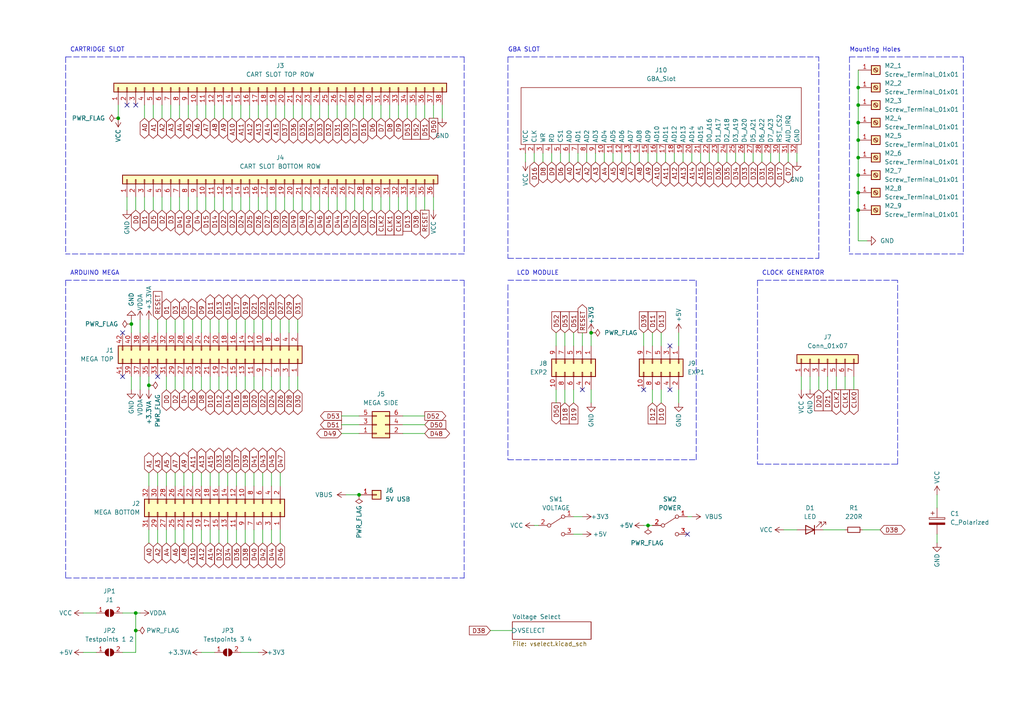
<source format=kicad_sch>
(kicad_sch (version 20211123) (generator eeschema)
  (paper "A4")
  (title_block (title "OSCR HW5") (date "2022-06-19") (rev "V4"))
  (junction (at 248.92 45.72))
  (junction (at 248.92 40.64))
  (junction (at 248.92 55.88))
  (junction (at 248.92 25.4))
  (junction (at 39.37 182.88))
  (junction (at 38.1 93.98))
  (junction (at 39.37 177.8))
  (junction (at 248.92 30.48))
  (junction (at 104.14 143.51))
  (junction (at 187.96 152.4))
  (junction (at 248.92 60.96))
  (junction (at 248.92 50.8))
  (junction (at 34.29 34.29))
  (junction (at 43.18 111.76))
  (junction (at 248.92 35.56))
  (junction (at 171.45 96.52))
  (no_connect (at 45.72 109.22))
  (no_connect (at 168.91 113.03))
  (no_connect (at 186.69 113.03))
  (no_connect (at 194.31 100.33))
  (no_connect (at 194.31 113.03))
  (no_connect (at 36.83 30.48))
  (no_connect (at 199.39 154.94))
  (no_connect (at 39.37 30.48))
  (no_connect (at 35.56 96.52))
  (no_connect (at 35.56 109.22))
  (wire (pts (xy 123.19 30.48) (xy 123.19 34.29)))
  (wire (pts (xy 49.53 57.15) (xy 49.53 60.96)))
  (wire (pts (xy 203.2 44.45) (xy 203.2 46.99)))
  (wire (pts (xy 39.37 57.15) (xy 39.37 60.96)))
  (wire (pts (xy 66.04 153.67) (xy 66.04 157.48)))
  (wire (pts (xy 57.15 57.15) (xy 57.15 60.96)))
  (wire (pts (xy 78.74 92.71) (xy 78.74 96.52)))
  (wire (pts (xy 175.26 44.45) (xy 175.26 46.99)))
  (wire (pts (xy 24.13 177.8) (xy 27.94 177.8)))
  (wire (pts (xy 110.49 30.48) (xy 110.49 34.29)))
  (wire (pts (xy 92.71 30.48) (xy 92.71 34.29)))
  (wire (pts (xy 77.47 30.48) (xy 77.47 34.29)))
  (wire (pts (xy 248.92 40.64) (xy 248.92 45.72)))
  (wire (pts (xy 81.28 153.67) (xy 81.28 157.48)))
  (wire (pts (xy 223.52 44.45) (xy 223.52 46.99)))
  (wire (pts (xy 53.34 109.22) (xy 53.34 113.03)))
  (polyline (pts (xy 147.32 16.51) (xy 237.49 16.51)))
  (wire (pts (xy 118.11 30.48) (xy 118.11 34.29)))
  (wire (pts (xy 190.5 44.45) (xy 190.5 46.99)))
  (wire (pts (xy 82.55 57.15) (xy 82.55 60.96)))
  (wire (pts (xy 187.96 44.45) (xy 187.96 46.99)))
  (wire (pts (xy 52.07 57.15) (xy 52.07 60.96)))
  (wire (pts (xy 71.12 92.71) (xy 71.12 96.52)))
  (wire (pts (xy 100.33 143.51) (xy 104.14 143.51)))
  (wire (pts (xy 66.04 137.16) (xy 66.04 140.97)))
  (wire (pts (xy 73.66 109.22) (xy 73.66 113.03)))
  (wire (pts (xy 218.44 44.45) (xy 218.44 46.99)))
  (wire (pts (xy 99.06 120.65) (xy 104.14 120.65)))
  (wire (pts (xy 208.28 44.45) (xy 208.28 46.99)))
  (wire (pts (xy 170.18 44.45) (xy 170.18 46.99)))
  (wire (pts (xy 242.57 109.22) (xy 242.57 113.03)))
  (wire (pts (xy 157.48 44.45) (xy 157.48 46.99)))
  (wire (pts (xy 238.76 153.67) (xy 245.11 153.67)))
  (wire (pts (xy 189.23 113.03) (xy 189.23 116.84)))
  (wire (pts (xy 58.42 109.22) (xy 58.42 113.03)))
  (polyline (pts (xy 219.71 81.28) (xy 219.71 134.62)))
  (polyline (pts (xy 219.71 81.28) (xy 260.35 81.28)))
  (polyline (pts (xy 219.71 134.62) (xy 260.35 134.62)))
  (polyline (pts (xy 260.35 134.62) (xy 260.35 81.28)))
  (wire (pts (xy 107.95 30.48) (xy 107.95 34.29)))
  (wire (pts (xy 55.88 109.22) (xy 55.88 113.03)))
  (wire (pts (xy 248.92 69.85) (xy 251.46 69.85)))
  (wire (pts (xy 123.19 57.15) (xy 123.19 60.96)))
  (wire (pts (xy 41.91 30.48) (xy 41.91 34.29)))
  (wire (pts (xy 74.93 30.48) (xy 74.93 34.29)))
  (wire (pts (xy 116.84 120.65) (xy 123.19 120.65)))
  (wire (pts (xy 248.92 20.32) (xy 248.92 25.4)))
  (wire (pts (xy 72.39 30.48) (xy 72.39 34.29)))
  (wire (pts (xy 54.61 57.15) (xy 54.61 60.96)))
  (wire (pts (xy 80.01 57.15) (xy 80.01 60.96)))
  (wire (pts (xy 115.57 57.15) (xy 115.57 60.96)))
  (wire (pts (xy 165.1 44.45) (xy 165.1 46.99)))
  (wire (pts (xy 68.58 92.71) (xy 68.58 96.52)))
  (wire (pts (xy 60.96 92.71) (xy 60.96 96.52)))
  (wire (pts (xy 110.49 57.15) (xy 110.49 60.96)))
  (wire (pts (xy 248.92 35.56) (xy 248.92 40.64)))
  (wire (pts (xy 39.37 177.8) (xy 39.37 182.88)))
  (wire (pts (xy 196.85 96.52) (xy 196.85 100.33)))
  (wire (pts (xy 45.72 137.16) (xy 45.72 140.97)))
  (wire (pts (xy 72.39 57.15) (xy 72.39 60.96)))
  (wire (pts (xy 160.02 44.45) (xy 160.02 46.99)))
  (wire (pts (xy 196.85 113.03) (xy 196.85 116.84)))
  (wire (pts (xy 64.77 30.48) (xy 64.77 34.29)))
  (wire (pts (xy 55.88 92.71) (xy 55.88 96.52)))
  (wire (pts (xy 193.04 44.45) (xy 193.04 46.99)))
  (wire (pts (xy 81.28 92.71) (xy 81.28 96.52)))
  (wire (pts (xy 191.77 96.52) (xy 191.77 100.33)))
  (wire (pts (xy 215.9 44.45) (xy 215.9 46.99)))
  (wire (pts (xy 248.92 55.88) (xy 248.92 60.96)))
  (wire (pts (xy 125.73 30.48) (xy 125.73 34.29)))
  (wire (pts (xy 46.99 30.48) (xy 46.99 34.29)))
  (wire (pts (xy 55.88 153.67) (xy 55.88 157.48)))
  (wire (pts (xy 240.03 109.22) (xy 240.03 113.03)))
  (wire (pts (xy 71.12 153.67) (xy 71.12 157.48)))
  (wire (pts (xy 205.74 44.45) (xy 205.74 46.99)))
  (wire (pts (xy 73.66 137.16) (xy 73.66 140.97)))
  (wire (pts (xy 63.5 137.16) (xy 63.5 140.97)))
  (wire (pts (xy 44.45 57.15) (xy 44.45 60.96)))
  (wire (pts (xy 43.18 109.22) (xy 43.18 111.76)))
  (wire (pts (xy 105.41 30.48) (xy 105.41 34.29)))
  (polyline (pts (xy 147.32 74.93) (xy 237.49 74.93)))
  (wire (pts (xy 53.34 153.67) (xy 53.34 157.48)))
  (wire (pts (xy 71.12 109.22) (xy 71.12 113.03)))
  (polyline (pts (xy 246.38 16.51) (xy 246.38 73.66)))
  (polyline (pts (xy 246.38 16.51) (xy 279.4 16.51)))
  (polyline (pts (xy 279.4 16.51) (xy 279.4 73.66)))
  (polyline (pts (xy 279.4 73.66) (xy 246.38 73.66)))
  (wire (pts (xy 38.1 109.22) (xy 38.1 113.03)))
  (wire (pts (xy 41.91 57.15) (xy 41.91 60.96)))
  (wire (pts (xy 220.98 44.45) (xy 220.98 46.99)))
  (wire (pts (xy 187.96 152.4) (xy 189.23 152.4)))
  (wire (pts (xy 68.58 137.16) (xy 68.58 140.97)))
  (wire (pts (xy 44.45 30.48) (xy 44.45 34.29)))
  (wire (pts (xy 53.34 137.16) (xy 53.34 140.97)))
  (wire (pts (xy 120.65 57.15) (xy 120.65 60.96)))
  (wire (pts (xy 163.83 96.52) (xy 163.83 100.33)))
  (wire (pts (xy 50.8 92.71) (xy 50.8 96.52)))
  (wire (pts (xy 39.37 177.8) (xy 40.64 177.8)))
  (wire (pts (xy 82.55 30.48) (xy 82.55 34.29)))
  (wire (pts (xy 68.58 109.22) (xy 68.58 113.03)))
  (wire (pts (xy 69.85 189.23) (xy 74.93 189.23)))
  (wire (pts (xy 248.92 30.48) (xy 248.92 35.56)))
  (wire (pts (xy 81.28 109.22) (xy 81.28 113.03)))
  (wire (pts (xy 97.79 57.15) (xy 97.79 60.96)))
  (wire (pts (xy 163.83 113.03) (xy 163.83 116.84)))
  (wire (pts (xy 69.85 30.48) (xy 69.85 34.29)))
  (wire (pts (xy 248.92 45.72) (xy 248.92 50.8)))
  (wire (pts (xy 80.01 30.48) (xy 80.01 34.29)))
  (wire (pts (xy 90.17 57.15) (xy 90.17 60.96)))
  (polyline (pts (xy 19.05 16.51) (xy 19.05 73.66)))
  (polyline (pts (xy 19.05 16.51) (xy 134.62 16.51)))
  (polyline (pts (xy 134.62 16.51) (xy 134.62 73.66)))
  (polyline (pts (xy 134.62 73.66) (xy 19.05 73.66)))
  (wire (pts (xy 245.11 109.22) (xy 245.11 113.03)))
  (wire (pts (xy 60.96 137.16) (xy 60.96 140.97)))
  (wire (pts (xy 52.07 30.48) (xy 52.07 34.29)))
  (wire (pts (xy 248.92 50.8) (xy 248.92 55.88)))
  (wire (pts (xy 227.33 153.67) (xy 231.14 153.67)))
  (wire (pts (xy 78.74 137.16) (xy 78.74 140.97)))
  (wire (pts (xy 100.33 30.48) (xy 100.33 34.29)))
  (wire (pts (xy 58.42 92.71) (xy 58.42 96.52)))
  (wire (pts (xy 177.8 44.45) (xy 177.8 46.99)))
  (wire (pts (xy 58.42 137.16) (xy 58.42 140.97)))
  (wire (pts (xy 50.8 109.22) (xy 50.8 113.03)))
  (wire (pts (xy 38.1 92.71) (xy 38.1 93.98)))
  (wire (pts (xy 34.29 30.48) (xy 34.29 34.29)))
  (wire (pts (xy 95.25 30.48) (xy 95.25 34.29)))
  (wire (pts (xy 50.8 137.16) (xy 50.8 140.97)))
  (wire (pts (xy 154.94 152.4) (xy 156.21 152.4)))
  (wire (pts (xy 95.25 57.15) (xy 95.25 60.96)))
  (wire (pts (xy 77.47 57.15) (xy 77.47 60.96)))
  (wire (pts (xy 58.42 189.23) (xy 62.23 189.23)))
  (wire (pts (xy 186.69 152.4) (xy 187.96 152.4)))
  (wire (pts (xy 64.77 57.15) (xy 64.77 60.96)))
  (wire (pts (xy 271.78 154.94) (xy 271.78 157.48)))
  (polyline (pts (xy 237.49 74.93) (xy 237.49 16.51)))
  (wire (pts (xy 67.31 30.48) (xy 67.31 34.29)))
  (wire (pts (xy 87.63 30.48) (xy 87.63 34.29)))
  (wire (pts (xy 113.03 30.48) (xy 113.03 34.29)))
  (wire (pts (xy 40.64 92.71) (xy 40.64 96.52)))
  (wire (pts (xy 38.1 93.98) (xy 38.1 96.52)))
  (wire (pts (xy 71.12 137.16) (xy 71.12 140.97)))
  (wire (pts (xy 232.41 109.22) (xy 232.41 113.03)))
  (wire (pts (xy 189.23 96.52) (xy 189.23 100.33)))
  (wire (pts (xy 78.74 109.22) (xy 78.74 113.03)))
  (wire (pts (xy 46.99 57.15) (xy 46.99 60.96)))
  (wire (pts (xy 48.26 137.16) (xy 48.26 140.97)))
  (polyline (pts (xy 147.32 81.28) (xy 201.93 81.28)))
  (polyline (pts (xy 147.32 82.55) (xy 147.32 133.35)))
  (polyline (pts (xy 147.32 133.35) (xy 201.93 133.35)))
  (polyline (pts (xy 201.93 133.35) (xy 201.93 81.28)))
  (wire (pts (xy 86.36 109.22) (xy 86.36 113.03)))
  (wire (pts (xy 162.56 44.45) (xy 162.56 46.99)))
  (wire (pts (xy 58.42 153.67) (xy 58.42 157.48)))
  (polyline (pts (xy 19.05 81.28) (xy 19.05 167.64)))
  (polyline (pts (xy 19.05 81.28) (xy 134.62 81.28)))
  (polyline (pts (xy 19.05 167.64) (xy 134.62 167.64)))
  (polyline (pts (xy 134.62 167.64) (xy 134.62 81.28)))
  (wire (pts (xy 107.95 57.15) (xy 107.95 60.96)))
  (wire (pts (xy 63.5 109.22) (xy 63.5 113.03)))
  (wire (pts (xy 199.39 149.86) (xy 200.66 149.86)))
  (wire (pts (xy 67.31 57.15) (xy 67.31 60.96)))
  (wire (pts (xy 99.06 123.19) (xy 104.14 123.19)))
  (wire (pts (xy 54.61 30.48) (xy 54.61 34.29)))
  (wire (pts (xy 161.29 113.03) (xy 161.29 116.84)))
  (wire (pts (xy 168.91 96.52) (xy 168.91 100.33)))
  (wire (pts (xy 53.34 92.71) (xy 53.34 96.52)))
  (wire (pts (xy 166.37 149.86) (xy 168.91 149.86)))
  (wire (pts (xy 68.58 153.67) (xy 68.58 157.48)))
  (wire (pts (xy 171.45 113.03) (xy 171.45 116.84)))
  (wire (pts (xy 161.29 96.52) (xy 161.29 100.33)))
  (wire (pts (xy 49.53 30.48) (xy 49.53 34.29)))
  (wire (pts (xy 271.78 143.51) (xy 271.78 147.32)))
  (wire (pts (xy 198.12 44.45) (xy 198.12 46.99)))
  (wire (pts (xy 154.94 44.45) (xy 154.94 46.99)))
  (wire (pts (xy 113.03 57.15) (xy 113.03 60.96)))
  (wire (pts (xy 60.96 153.67) (xy 60.96 157.48)))
  (wire (pts (xy 171.45 96.52) (xy 171.45 100.33)))
  (wire (pts (xy 102.87 30.48) (xy 102.87 34.29)))
  (wire (pts (xy 166.37 154.94) (xy 168.91 154.94)))
  (wire (pts (xy 180.34 44.45) (xy 180.34 46.99)))
  (wire (pts (xy 59.69 30.48) (xy 59.69 34.29)))
  (wire (pts (xy 45.72 153.67) (xy 45.72 157.48)))
  (wire (pts (xy 92.71 57.15) (xy 92.71 60.96)))
  (wire (pts (xy 186.69 96.52) (xy 186.69 100.33)))
  (wire (pts (xy 195.58 44.45) (xy 195.58 46.99)))
  (wire (pts (xy 39.37 182.88) (xy 39.37 189.23)))
  (wire (pts (xy 237.49 109.22) (xy 237.49 113.03)))
  (wire (pts (xy 78.74 153.67) (xy 78.74 157.48)))
  (wire (pts (xy 62.23 57.15) (xy 62.23 60.96)))
  (wire (pts (xy 83.82 92.71) (xy 83.82 96.52)))
  (wire (pts (xy 63.5 153.67) (xy 63.5 157.48)))
  (wire (pts (xy 228.6 44.45) (xy 228.6 46.99)))
  (wire (pts (xy 76.2 153.67) (xy 76.2 157.48)))
  (wire (pts (xy 43.18 137.16) (xy 43.18 140.97)))
  (wire (pts (xy 128.27 30.48) (xy 128.27 34.29)))
  (wire (pts (xy 166.37 113.03) (xy 166.37 116.84)))
  (wire (pts (xy 248.92 25.4) (xy 248.92 30.48)))
  (wire (pts (xy 60.96 109.22) (xy 60.96 113.03)))
  (wire (pts (xy 74.93 57.15) (xy 74.93 60.96)))
  (wire (pts (xy 43.18 111.76) (xy 43.18 113.03)))
  (wire (pts (xy 48.26 92.71) (xy 48.26 96.52)))
  (wire (pts (xy 73.66 92.71) (xy 73.66 96.52)))
  (wire (pts (xy 191.77 113.03) (xy 191.77 116.84)))
  (wire (pts (xy 115.57 30.48) (xy 115.57 34.29)))
  (wire (pts (xy 62.23 30.48) (xy 62.23 34.29)))
  (wire (pts (xy 105.41 57.15) (xy 105.41 60.96)))
  (wire (pts (xy 210.82 44.45) (xy 210.82 46.99)))
  (wire (pts (xy 120.65 30.48) (xy 120.65 34.29)))
  (wire (pts (xy 57.15 30.48) (xy 57.15 34.29)))
  (wire (pts (xy 85.09 57.15) (xy 85.09 60.96)))
  (wire (pts (xy 99.06 125.73) (xy 104.14 125.73)))
  (wire (pts (xy 45.72 92.71) (xy 45.72 96.52)))
  (wire (pts (xy 85.09 30.48) (xy 85.09 34.29)))
  (wire (pts (xy 83.82 109.22) (xy 83.82 113.03)))
  (wire (pts (xy 76.2 137.16) (xy 76.2 140.97)))
  (wire (pts (xy 40.64 109.22) (xy 40.64 113.03)))
  (polyline (pts (xy 147.32 16.51) (xy 147.32 74.93)))
  (wire (pts (xy 213.36 44.45) (xy 213.36 46.99)))
  (wire (pts (xy 116.84 125.73) (xy 123.19 125.73)))
  (wire (pts (xy 118.11 57.15) (xy 118.11 60.96)))
  (wire (pts (xy 142.24 182.88) (xy 148.59 182.88)))
  (wire (pts (xy 43.18 92.71) (xy 43.18 96.52)))
  (wire (pts (xy 116.84 123.19) (xy 123.19 123.19)))
  (wire (pts (xy 50.8 153.67) (xy 50.8 157.48)))
  (wire (pts (xy 87.63 57.15) (xy 87.63 60.96)))
  (wire (pts (xy 69.85 57.15) (xy 69.85 60.96)))
  (wire (pts (xy 247.65 109.22) (xy 247.65 113.03)))
  (wire (pts (xy 66.04 92.71) (xy 66.04 96.52)))
  (wire (pts (xy 125.73 57.15) (xy 125.73 60.96)))
  (wire (pts (xy 39.37 189.23) (xy 35.56 189.23)))
  (wire (pts (xy 182.88 44.45) (xy 182.88 46.99)))
  (wire (pts (xy 48.26 153.67) (xy 48.26 157.48)))
  (wire (pts (xy 172.72 44.45) (xy 172.72 46.99)))
  (wire (pts (xy 90.17 30.48) (xy 90.17 34.29)))
  (wire (pts (xy 250.19 153.67) (xy 255.27 153.67)))
  (wire (pts (xy 35.56 177.8) (xy 39.37 177.8)))
  (wire (pts (xy 97.79 30.48) (xy 97.79 34.29)))
  (wire (pts (xy 167.64 44.45) (xy 167.64 46.99)))
  (wire (pts (xy 24.13 189.23) (xy 27.94 189.23)))
  (wire (pts (xy 43.18 153.67) (xy 43.18 157.48)))
  (wire (pts (xy 36.83 57.15) (xy 36.83 60.96)))
  (wire (pts (xy 185.42 44.45) (xy 185.42 46.99)))
  (wire (pts (xy 166.37 96.52) (xy 166.37 100.33)))
  (wire (pts (xy 231.14 44.45) (xy 231.14 46.99)))
  (wire (pts (xy 66.04 109.22) (xy 66.04 113.03)))
  (wire (pts (xy 100.33 57.15) (xy 100.33 60.96)))
  (wire (pts (xy 76.2 109.22) (xy 76.2 113.03)))
  (wire (pts (xy 76.2 92.71) (xy 76.2 96.52)))
  (wire (pts (xy 48.26 109.22) (xy 48.26 113.03)))
  (wire (pts (xy 73.66 153.67) (xy 73.66 157.48)))
  (wire (pts (xy 55.88 137.16) (xy 55.88 140.97)))
  (wire (pts (xy 102.87 57.15) (xy 102.87 60.96)))
  (wire (pts (xy 200.66 44.45) (xy 200.66 46.99)))
  (wire (pts (xy 234.95 109.22) (xy 234.95 113.03)))
  (wire (pts (xy 248.92 60.96) (xy 248.92 69.85)))
  (wire (pts (xy 59.69 57.15) (xy 59.69 60.96)))
  (wire (pts (xy 86.36 92.71) (xy 86.36 96.52)))
  (wire (pts (xy 63.5 92.71) (xy 63.5 96.52)))
  (wire (pts (xy 152.4 44.45) (xy 152.4 46.99)))
  (wire (pts (xy 226.06 44.45) (xy 226.06 46.99)))
  (wire (pts (xy 81.28 137.16) (xy 81.28 140.97)))
  (text "LCD MODULE" (at 149.86 80.01 0) (effects (font (size 1.27 1.27)) (justify left bottom)))
  (text "CLOCK GENERATOR" (at 220.98 80.01 0) (effects (font (size 1.27 1.27)) (justify left bottom)))
  (text "CARTRIDGE SLOT" (at 20.32 15.24 0) (effects (font (size 1.27 1.27)) (justify left bottom)))
  (text "GBA SLOT" (at 147.32 15.24 0) (effects (font (size 1.27 1.27)) (justify left bottom)))
  (text "ARDUINO MEGA" (at 20.32 80.01 0) (effects (font (size 1.27 1.27)) (justify left bottom)))
  (text "Mounting Holes" (at 246.38 15.24 0) (effects (font (size 1.27 1.27)) (justify left bottom)))
  (global_label "D14" (shape bidirectional) (at 66.04 113.03 270) (property "Intersheet References" "${INTERSHEET_REFS}" (effects hide)))
  (global_label "A7" (shape bidirectional) (at 182.88 46.99 270) (property "Intersheet References" "${INTERSHEET_REFS}" (effects hide)))
  (global_label "D44" (shape bidirectional) (at 78.74 157.48 270) (property "Intersheet References" "${INTERSHEET_REFS}" (effects hide)))
  (global_label "A6" (shape bidirectional) (at 57.15 34.29 270) (property "Intersheet References" "${INTERSHEET_REFS}" (effects hide)))
  (global_label "D6" (shape bidirectional) (at 162.56 46.99 270) (property "Intersheet References" "${INTERSHEET_REFS}" (effects hide)))
  (global_label "D11" (shape input) (at 189.23 96.52 90) (property "Intersheet References" "${INTERSHEET_REFS}" (effects hide)))
  (global_label "D51" (shape input) (at 123.19 34.29 270) (property "Intersheet References" "${INTERSHEET_REFS}" (effects hide)))
  (global_label "D38" (shape bidirectional) (at 71.12 157.48 270) (property "Intersheet References" "${INTERSHEET_REFS}" (effects hide)))
  (global_label "D29" (shape bidirectional) (at 82.55 60.96 270) (property "Intersheet References" "${INTERSHEET_REFS}" (effects hide)))
  (global_label "A10" (shape bidirectional) (at 55.88 157.48 270) (property "Intersheet References" "${INTERSHEET_REFS}" (effects hide)))
  (global_label "D38" (shape input) (at 142.24 182.88 180) (property "Intersheet References" "${INTERSHEET_REFS}" (effects hide)))
  (global_label "A9" (shape bidirectional) (at 64.77 34.29 270) (property "Intersheet References" "${INTERSHEET_REFS}" (effects hide)))
  (global_label "D31" (shape bidirectional) (at 97.79 34.29 270) (property "Intersheet References" "${INTERSHEET_REFS}" (effects hide)))
  (global_label "D4" (shape bidirectional) (at 53.34 113.03 270) (property "Intersheet References" "${INTERSHEET_REFS}" (effects hide)))
  (global_label "D24" (shape bidirectional) (at 69.85 60.96 270) (property "Intersheet References" "${INTERSHEET_REFS}" (effects hide)))
  (global_label "D28" (shape bidirectional) (at 83.82 113.03 270) (property "Intersheet References" "${INTERSHEET_REFS}" (effects hide)))
  (global_label "D9" (shape bidirectional) (at 160.02 46.99 270) (property "Intersheet References" "${INTERSHEET_REFS}" (effects hide)))
  (global_label "D19" (shape bidirectional) (at 71.12 92.71 90) (property "Intersheet References" "${INTERSHEET_REFS}" (effects hide)))
  (global_label "CLK2" (shape output) (at 242.57 113.03 270) (property "Intersheet References" "${INTERSHEET_REFS}" (effects hide)))
  (global_label "D0" (shape bidirectional) (at 48.26 113.03 270) (property "Intersheet References" "${INTERSHEET_REFS}" (effects hide)))
  (global_label "D50" (shape output) (at 125.73 34.29 270) (property "Intersheet References" "${INTERSHEET_REFS}" (effects hide)))
  (global_label "D17" (shape bidirectional) (at 102.87 34.29 270) (property "Intersheet References" "${INTERSHEET_REFS}" (effects hide)))
  (global_label "D37" (shape bidirectional) (at 68.58 137.16 90) (property "Intersheet References" "${INTERSHEET_REFS}" (effects hide)))
  (global_label "D7" (shape bidirectional) (at 228.6 46.99 270) (property "Intersheet References" "${INTERSHEET_REFS}" (effects hide)))
  (global_label "D34" (shape bidirectional) (at 90.17 34.29 270) (property "Intersheet References" "${INTERSHEET_REFS}" (effects hide)))
  (global_label "A11" (shape bidirectional) (at 69.85 34.29 270) (property "Intersheet References" "${INTERSHEET_REFS}" (effects hide)))
  (global_label "A6" (shape bidirectional) (at 50.8 157.48 270) (property "Intersheet References" "${INTERSHEET_REFS}" (effects hide)))
  (global_label "D46" (shape bidirectional) (at 92.71 60.96 270) (property "Intersheet References" "${INTERSHEET_REFS}" (effects hide)))
  (global_label "A2" (shape bidirectional) (at 170.18 46.99 270) (property "Intersheet References" "${INTERSHEET_REFS}" (effects hide)))
  (global_label "D25" (shape bidirectional) (at 72.39 60.96 270) (property "Intersheet References" "${INTERSHEET_REFS}" (effects hide)))
  (global_label "A5" (shape bidirectional) (at 177.8 46.99 270) (property "Intersheet References" "${INTERSHEET_REFS}" (effects hide)))
  (global_label "D24" (shape bidirectional) (at 78.74 113.03 270) (property "Intersheet References" "${INTERSHEET_REFS}" (effects hide)))
  (global_label "CLK1" (shape input) (at 113.03 60.96 270) (property "Intersheet References" "${INTERSHEET_REFS}" (effects hide)))
  (global_label "A5" (shape bidirectional) (at 54.61 34.29 270) (property "Intersheet References" "${INTERSHEET_REFS}" (effects hide)))
  (global_label "D50" (shape output) (at 161.29 116.84 270) (property "Intersheet References" "${INTERSHEET_REFS}" (effects hide)))
  (global_label "A13" (shape bidirectional) (at 198.12 46.99 270) (property "Intersheet References" "${INTERSHEET_REFS}" (effects hide)))
  (global_label "CLK0" (shape output) (at 247.65 113.03 270) (property "Intersheet References" "${INTERSHEET_REFS}" (effects hide)))
  (global_label "A11" (shape bidirectional) (at 55.88 137.16 90) (property "Intersheet References" "${INTERSHEET_REFS}" (effects hide)))
  (global_label "D49" (shape bidirectional) (at 85.09 60.96 270) (property "Intersheet References" "${INTERSHEET_REFS}" (effects hide)))
  (global_label "D7" (shape bidirectional) (at 110.49 34.29 270) (property "Intersheet References" "${INTERSHEET_REFS}" (effects hide)))
  (global_label "D46" (shape bidirectional) (at 81.28 157.48 270) (property "Intersheet References" "${INTERSHEET_REFS}" (effects hide)))
  (global_label "D48" (shape bidirectional) (at 123.19 125.73 0) (property "Intersheet References" "${INTERSHEET_REFS}" (effects hide)))
  (global_label "D21" (shape bidirectional) (at 73.66 92.71 90) (property "Intersheet References" "${INTERSHEET_REFS}" (effects hide)))
  (global_label "D6" (shape bidirectional) (at 55.88 113.03 270) (property "Intersheet References" "${INTERSHEET_REFS}" (effects hide)))
  (global_label "D16" (shape bidirectional) (at 105.41 34.29 270) (property "Intersheet References" "${INTERSHEET_REFS}" (effects hide)))
  (global_label "D33" (shape bidirectional) (at 92.71 34.29 270) (property "Intersheet References" "${INTERSHEET_REFS}" (effects hide)))
  (global_label "A12" (shape bidirectional) (at 72.39 34.29 270) (property "Intersheet References" "${INTERSHEET_REFS}" (effects hide)))
  (global_label "CLK0" (shape input) (at 115.57 60.96 270) (property "Intersheet References" "${INTERSHEET_REFS}" (effects hide)))
  (global_label "D9" (shape bidirectional) (at 115.57 34.29 270) (property "Intersheet References" "${INTERSHEET_REFS}" (effects hide)))
  (global_label "D53" (shape input) (at 118.11 34.29 270) (property "Intersheet References" "${INTERSHEET_REFS}" (effects hide)))
  (global_label "D17" (shape bidirectional) (at 68.58 92.71 90) (property "Intersheet References" "${INTERSHEET_REFS}" (effects hide)))
  (global_label "D38" (shape bidirectional) (at 120.65 60.96 270) (property "Intersheet References" "${INTERSHEET_REFS}" (effects hide)))
  (global_label "A7" (shape bidirectional) (at 59.69 34.29 270) (property "Intersheet References" "${INTERSHEET_REFS}" (effects hide)))
  (global_label "D52" (shape input) (at 120.65 34.29 270) (property "Intersheet References" "${INTERSHEET_REFS}" (effects hide)))
  (global_label "D30" (shape bidirectional) (at 100.33 34.29 270) (property "Intersheet References" "${INTERSHEET_REFS}" (effects hide)))
  (global_label "D13" (shape input) (at 191.77 96.52 90) (property "Intersheet References" "${INTERSHEET_REFS}" (effects hide)))
  (global_label "D8" (shape bidirectional) (at 58.42 113.03 270) (property "Intersheet References" "${INTERSHEET_REFS}" (effects hide)))
  (global_label "D40" (shape bidirectional) (at 54.61 60.96 270) (property "Intersheet References" "${INTERSHEET_REFS}" (effects hide)))
  (global_label "D15" (shape bidirectional) (at 59.69 60.96 270) (property "Intersheet References" "${INTERSHEET_REFS}" (effects hide)))
  (global_label "A10" (shape bidirectional) (at 190.5 46.99 270) (property "Intersheet References" "${INTERSHEET_REFS}" (effects hide)))
  (global_label "D34" (shape bidirectional) (at 66.04 157.48 270) (property "Intersheet References" "${INTERSHEET_REFS}" (effects hide)))
  (global_label "D22" (shape bidirectional) (at 76.2 113.03 270) (property "Intersheet References" "${INTERSHEET_REFS}" (effects hide)))
  (global_label "D26" (shape bidirectional) (at 81.28 113.03 270) (property "Intersheet References" "${INTERSHEET_REFS}" (effects hide)))
  (global_label "D28" (shape bidirectional) (at 80.01 60.96 270) (property "Intersheet References" "${INTERSHEET_REFS}" (effects hide)))
  (global_label "A3" (shape bidirectional) (at 172.72 46.99 270) (property "Intersheet References" "${INTERSHEET_REFS}" (effects hide)))
  (global_label "D42" (shape bidirectional) (at 76.2 157.48 270) (property "Intersheet References" "${INTERSHEET_REFS}" (effects hide)))
  (global_label "D43" (shape bidirectional) (at 76.2 137.16 90) (property "Intersheet References" "${INTERSHEET_REFS}" (effects hide)))
  (global_label "A1" (shape bidirectional) (at 44.45 34.29 270) (property "Intersheet References" "${INTERSHEET_REFS}" (effects hide)))
  (global_label "D47" (shape bidirectional) (at 90.17 60.96 270) (property "Intersheet References" "${INTERSHEET_REFS}" (effects hide)))
  (global_label "D12" (shape input) (at 189.23 116.84 270) (property "Intersheet References" "${INTERSHEET_REFS}" (effects hide)))
  (global_label "D36" (shape bidirectional) (at 68.58 157.48 270) (property "Intersheet References" "${INTERSHEET_REFS}" (effects hide)))
  (global_label "A13" (shape bidirectional) (at 74.93 34.29 270) (property "Intersheet References" "${INTERSHEET_REFS}" (effects hide)))
  (global_label "D16" (shape bidirectional) (at 68.58 113.03 270) (property "Intersheet References" "${INTERSHEET_REFS}" (effects hide)))
  (global_label "D18" (shape input) (at 163.83 116.84 270) (property "Intersheet References" "${INTERSHEET_REFS}" (effects hide)))
  (global_label "A3" (shape bidirectional) (at 49.53 34.29 270) (property "Intersheet References" "${INTERSHEET_REFS}" (effects hide)))
  (global_label "A12" (shape bidirectional) (at 58.42 157.48 270) (property "Intersheet References" "${INTERSHEET_REFS}" (effects hide)))
  (global_label "D49" (shape bidirectional) (at 99.06 125.73 180) (property "Intersheet References" "${INTERSHEET_REFS}" (effects hide)))
  (global_label "D51" (shape output) (at 99.06 123.19 180) (property "Intersheet References" "${INTERSHEET_REFS}" (effects hide)))
  (global_label "A9" (shape bidirectional) (at 53.34 137.16 90) (property "Intersheet References" "${INTERSHEET_REFS}" (effects hide)))
  (global_label "A11" (shape bidirectional) (at 193.04 46.99 270) (property "Intersheet References" "${INTERSHEET_REFS}" (effects hide)))
  (global_label "D43" (shape bidirectional) (at 100.33 60.96 270) (property "Intersheet References" "${INTERSHEET_REFS}" (effects hide)))
  (global_label "D8" (shape bidirectional) (at 113.03 34.29 270) (property "Intersheet References" "${INTERSHEET_REFS}" (effects hide)))
  (global_label "D36" (shape bidirectional) (at 85.09 34.29 270) (property "Intersheet References" "${INTERSHEET_REFS}" (effects hide)))
  (global_label "D35" (shape bidirectional) (at 210.82 46.99 270) (property "Intersheet References" "${INTERSHEET_REFS}" (effects hide)))
  (global_label "D47" (shape bidirectional) (at 81.28 137.16 90) (property "Intersheet References" "${INTERSHEET_REFS}" (effects hide)))
  (global_label "D45" (shape bidirectional) (at 78.74 137.16 90) (property "Intersheet References" "${INTERSHEET_REFS}" (effects hide)))
  (global_label "A2" (shape bidirectional) (at 45.72 157.48 270) (property "Intersheet References" "${INTERSHEET_REFS}" (effects hide)))
  (global_label "D23" (shape bidirectional) (at 67.31 60.96 270) (property "Intersheet References" "${INTERSHEET_REFS}" (effects hide)))
  (global_label "D31" (shape bidirectional) (at 86.36 92.71 90) (property "Intersheet References" "${INTERSHEET_REFS}" (effects hide)))
  (global_label "D30" (shape bidirectional) (at 223.52 46.99 270) (property "Intersheet References" "${INTERSHEET_REFS}" (effects hide)))
  (global_label "D33" (shape bidirectional) (at 215.9 46.99 270) (property "Intersheet References" "${INTERSHEET_REFS}" (effects hide)))
  (global_label "D1" (shape bidirectional) (at 41.91 60.96 270) (property "Intersheet References" "${INTERSHEET_REFS}" (effects hide)))
  (global_label "D39" (shape bidirectional) (at 71.12 137.16 90) (property "Intersheet References" "${INTERSHEET_REFS}" (effects hide)))
  (global_label "D25" (shape bidirectional) (at 78.74 92.71 90) (property "Intersheet References" "${INTERSHEET_REFS}" (effects hide)))
  (global_label "D14" (shape bidirectional) (at 62.23 60.96 270) (property "Intersheet References" "${INTERSHEET_REFS}" (effects hide)))
  (global_label "A13" (shape bidirectional) (at 58.42 137.16 90) (property "Intersheet References" "${INTERSHEET_REFS}" (effects hide)))
  (global_label "D31" (shape bidirectional) (at 220.98 46.99 270) (property "Intersheet References" "${INTERSHEET_REFS}" (effects hide)))
  (global_label "D19" (shape input) (at 166.37 116.84 270) (property "Intersheet References" "${INTERSHEET_REFS}" (effects hide)))
  (global_label "A9" (shape bidirectional) (at 187.96 46.99 270) (property "Intersheet References" "${INTERSHEET_REFS}" (effects hide)))
  (global_label "D4" (shape bidirectional) (at 57.15 60.96 270) (property "Intersheet References" "${INTERSHEET_REFS}" (effects hide)))
  (global_label "D22" (shape bidirectional) (at 64.77 60.96 270) (property "Intersheet References" "${INTERSHEET_REFS}" (effects hide)))
  (global_label "A5" (shape bidirectional) (at 48.26 137.16 90) (property "Intersheet References" "${INTERSHEET_REFS}" (effects hide)))
  (global_label "D2" (shape bidirectional) (at 46.99 60.96 270) (property "Intersheet References" "${INTERSHEET_REFS}" (effects hide)))
  (global_label "D50" (shape input) (at 123.19 123.19 0) (property "Intersheet References" "${INTERSHEET_REFS}" (effects hide)))
  (global_label "D17" (shape bidirectional) (at 226.06 46.99 270) (property "Intersheet References" "${INTERSHEET_REFS}" (effects hide)))
  (global_label "CLK1" (shape output) (at 245.11 113.03 270) (property "Intersheet References" "${INTERSHEET_REFS}" (effects hide)))
  (global_label "D35" (shape bidirectional) (at 87.63 34.29 270) (property "Intersheet References" "${INTERSHEET_REFS}" (effects hide)))
  (global_label "D39" (shape input) (at 186.69 96.52 90) (property "Intersheet References" "${INTERSHEET_REFS}" (effects hide)))
  (global_label "D21" (shape bidirectional) (at 107.95 60.96 270) (property "Intersheet References" "${INTERSHEET_REFS}" (effects hide)))
  (global_label "A0" (shape bidirectional) (at 41.91 34.29 270) (property "Intersheet References" "${INTERSHEET_REFS}" (effects hide)))
  (global_label "D13" (shape bidirectional) (at 63.5 92.71 90) (property "Intersheet References" "${INTERSHEET_REFS}" (effects hide)))
  (global_label "D27" (shape bidirectional) (at 81.28 92.71 90) (property "Intersheet References" "${INTERSHEET_REFS}" (effects hide)))
  (global_label "RESET" (shape input) (at 45.72 92.71 90) (property "Intersheet References" "${INTERSHEET_REFS}" (effects hide)))
  (global_label "D44" (shape bidirectional) (at 97.79 60.96 270) (property "Intersheet References" "${INTERSHEET_REFS}" (effects hide)))
  (global_label "A14" (shape bidirectional) (at 60.96 157.48 270) (property "Intersheet References" "${INTERSHEET_REFS}" (effects hide)))
  (global_label "D34" (shape bidirectional) (at 213.36 46.99 270) (property "Intersheet References" "${INTERSHEET_REFS}" (effects hide)))
  (global_label "D48" (shape bidirectional) (at 87.63 60.96 270) (property "Intersheet References" "${INTERSHEET_REFS}" (effects hide)))
  (global_label "A10" (shape bidirectional) (at 67.31 34.29 270) (property "Intersheet References" "${INTERSHEET_REFS}" (effects hide)))
  (global_label "D15" (shape bidirectional) (at 66.04 92.71 90) (property "Intersheet References" "${INTERSHEET_REFS}" (effects hide)))
  (global_label "A8" (shape bidirectional) (at 185.42 46.99 270) (property "Intersheet References" "${INTERSHEET_REFS}" (effects hide)))
  (global_label "D27" (shape bidirectional) (at 77.47 60.96 270) (property "Intersheet References" "${INTERSHEET_REFS}" (effects hide)))
  (global_label "D0" (shape bidirectional) (at 39.37 60.96 270) (property "Intersheet References" "${INTERSHEET_REFS}" (effects hide)))
  (global_label "D38" (shape bidirectional) (at 255.27 153.67 0) (property "Intersheet References" "${INTERSHEET_REFS}" (effects hide)))
  (global_label "D1" (shape bidirectional) (at 48.26 92.71 90) (property "Intersheet References" "${INTERSHEET_REFS}" (effects hide)))
  (global_label "D2" (shape bidirectional) (at 50.8 113.03 270) (property "Intersheet References" "${INTERSHEET_REFS}" (effects hide)))
  (global_label "A0" (shape bidirectional) (at 165.1 46.99 270) (property "Intersheet References" "${INTERSHEET_REFS}" (effects hide)))
  (global_label "D33" (shape bidirectional) (at 63.5 137.16 90) (property "Intersheet References" "${INTERSHEET_REFS}" (effects hide)))
  (global_label "A4" (shape bidirectional) (at 175.26 46.99 270) (property "Intersheet References" "${INTERSHEET_REFS}" (effects hide)))
  (global_label "D16" (shape bidirectional) (at 154.94 46.99 270) (property "Intersheet References" "${INTERSHEET_REFS}" (effects hide)))
  (global_label "D3" (shape bidirectional) (at 49.53 60.96 270) (property "Intersheet References" "${INTERSHEET_REFS}" (effects hide)))
  (global_label "D36" (shape bidirectional) (at 208.28 46.99 270) (property "Intersheet References" "${INTERSHEET_REFS}" (effects hide)))
  (global_label "D42" (shape bidirectional) (at 102.87 60.96 270) (property "Intersheet References" "${INTERSHEET_REFS}" (effects hide)))
  (global_label "D40" (shape bidirectional) (at 73.66 157.48 270) (property "Intersheet References" "${INTERSHEET_REFS}" (effects hide)))
  (global_label "D3" (shape bidirectional) (at 50.8 92.71 90) (property "Intersheet References" "${INTERSHEET_REFS}" (effects hide)))
  (global_label "D41" (shape bidirectional) (at 52.07 60.96 270) (property "Intersheet References" "${INTERSHEET_REFS}" (effects hide)))
  (global_label "D13" (shape input) (at 118.11 60.96 270) (property "Intersheet References" "${INTERSHEET_REFS}" (effects hide)))
  (global_label "D18" (shape bidirectional) (at 71.12 113.03 270) (property "Intersheet References" "${INTERSHEET_REFS}" (effects hide)))
  (global_label "D7" (shape bidirectional) (at 55.88 92.71 90) (property "Intersheet References" "${INTERSHEET_REFS}" (effects hide)))
  (global_label "D32" (shape bidirectional) (at 95.25 34.29 270) (property "Intersheet References" "${INTERSHEET_REFS}" (effects hide)))
  (global_label "A4" (shape bidirectional) (at 48.26 157.48 270) (property "Intersheet References" "${INTERSHEET_REFS}" (effects hide)))
  (global_label "A1" (shape bidirectional) (at 43.18 137.16 90) (property "Intersheet References" "${INTERSHEET_REFS}" (effects hide)))
  (global_label "D37" (shape bidirectional) (at 82.55 34.29 270) (property "Intersheet References" "${INTERSHEET_REFS}" (effects hide)))
  (global_label "A3" (shape bidirectional) (at 45.72 137.16 90) (property "Intersheet References" "${INTERSHEET_REFS}" (effects hide)))
  (global_label "A6" (shape bidirectional) (at 180.34 46.99 270) (property "Intersheet References" "${INTERSHEET_REFS}" (effects hide)))
  (global_label "D12" (shape bidirectional) (at 63.5 113.03 270) (property "Intersheet References" "${INTERSHEET_REFS}" (effects hide)))
  (global_label "D21" (shape input) (at 240.03 113.03 270) (property "Intersheet References" "${INTERSHEET_REFS}" (effects hide)))
  (global_label "A15" (shape bidirectional) (at 203.2 46.99 270) (property "Intersheet References" "${INTERSHEET_REFS}" (effects hide)))
  (global_label "D11" (shape bidirectional) (at 60.96 92.71 90) (property "Intersheet References" "${INTERSHEET_REFS}" (effects hide)))
  (global_label "A14" (shape bidirectional) (at 200.66 46.99 270) (property "Intersheet References" "${INTERSHEET_REFS}" (effects hide)))
  (global_label "A14" (shape bidirectional) (at 77.47 34.29 270) (property "Intersheet References" "${INTERSHEET_REFS}" (effects hide)))
  (global_label "RESET" (shape output) (at 123.19 60.96 270) (property "Intersheet References" "${INTERSHEET_REFS}" (effects hide)))
  (global_label "D23" (shape bidirectional) (at 76.2 92.71 90) (property "Intersheet References" "${INTERSHEET_REFS}" (effects hide)))
  (global_label "D32" (shape bidirectional) (at 218.44 46.99 270) (property "Intersheet References" "${INTERSHEET_REFS}" (effects hide)))
  (global_label "D9" (shape bidirectional) (at 58.42 92.71 90) (property "Intersheet References" "${INTERSHEET_REFS}" (effects hide)))
  (global_label "A7" (shape bidirectional) (at 50.8 137.16 90) (property "Intersheet References" "${INTERSHEET_REFS}" (effects hide)))
  (global_label "D45" (shape bidirectional) (at 95.25 60.96 270) (property "Intersheet References" "${INTERSHEET_REFS}" (effects hide)))
  (global_label "A15" (shape bidirectional) (at 80.01 34.29 270) (property "Intersheet References" "${INTERSHEET_REFS}" (effects hide)))
  (global_label "D6" (shape bidirectional) (at 107.95 34.29 270) (property "Intersheet References" "${INTERSHEET_REFS}" (effects hide)))
  (global_label "A8" (shape bidirectional) (at 53.34 157.48 270) (property "Intersheet References" "${INTERSHEET_REFS}" (effects hide)))
  (global_label "D20" (shape bidirectional) (at 105.41 60.96 270) (property "Intersheet References" "${INTERSHEET_REFS}" (effects hide)))
  (global_label "D5" (shape bidirectional) (at 53.34 92.71 90) (property "Intersheet References" "${INTERSHEET_REFS}" (effects hide)))
  (global_label "D29" (shape bidirectional) (at 83.82 92.71 90) (property "Intersheet References" "${INTERSHEET_REFS}" (effects hide)))
  (global_label "D53" (shape input) (at 163.83 96.52 90) (property "Intersheet References" "${INTERSHEET_REFS}" (effects hide)))
  (global_label "D10" (shape bidirectional) (at 60.96 113.03 270) (property "Intersheet References" "${INTERSHEET_REFS}" (effects hide)))
  (global_label "D20" (shape input) (at 237.49 113.03 270) (property "Intersheet References" "${INTERSHEET_REFS}" (effects hide)))
  (global_label "CLK2" (shape input) (at 110.49 60.96 270) (property "Intersheet References" "${INTERSHEET_REFS}" (effects hide)))
  (global_label "D26" (shape bidirectional) (at 74.93 60.96 270) (property "Intersheet References" "${INTERSHEET_REFS}" (effects hide)))
  (global_label "D51" (shape input) (at 166.37 96.52 90) (property "Intersheet References" "${INTERSHEET_REFS}" (effects hide)))
  (global_label "D30" (shape bidirectional) (at 86.36 113.03 270) (property "Intersheet References" "${INTERSHEET_REFS}" (effects hide)))
  (global_label "D5" (shape bidirectional) (at 44.45 60.96 270) (property "Intersheet References" "${INTERSHEET_REFS}" (effects hide)))
  (global_label "D52" (shape output) (at 123.19 120.65 0) (property "Intersheet References" "${INTERSHEET_REFS}" (effects hide)))
  (global_label "D53" (shape output) (at 99.06 120.65 180) (property "Intersheet References" "${INTERSHEET_REFS}" (effects hide)))
  (global_label "A4" (shape bidirectional) (at 52.07 34.29 270) (property "Intersheet References" "${INTERSHEET_REFS}" (effects hide)))
  (global_label "RESET" (shape output) (at 168.91 96.52 90) (property "Intersheet References" "${INTERSHEET_REFS}" (effects hide)))
  (global_label "D35" (shape bidirectional) (at 66.04 137.16 90) (property "Intersheet References" "${INTERSHEET_REFS}" (effects hide)))
  (global_label "A1" (shape bidirectional) (at 167.64 46.99 270) (property "Intersheet References" "${INTERSHEET_REFS}" (effects hide)))
  (global_label "A12" (shape bidirectional) (at 195.58 46.99 270) (property "Intersheet References" "${INTERSHEET_REFS}" (effects hide)))
  (global_label "D41" (shape bidirectional) (at 73.66 137.16 90) (property "Intersheet References" "${INTERSHEET_REFS}" (effects hide)))
  (global_label "D37" (shape bidirectional) (at 205.74 46.99 270) (property "Intersheet References" "${INTERSHEET_REFS}" (effects hide)))
  (global_label "A8" (shape bidirectional) (at 62.23 34.29 270) (property "Intersheet References" "${INTERSHEET_REFS}" (effects hide)))
  (global_label "D8" (shape bidirectional) (at 157.48 46.99 270) (property "Intersheet References" "${INTERSHEET_REFS}" (effects hide)))
  (global_label "D10" (shape input) (at 191.77 116.84 270) (property "Intersheet References" "${INTERSHEET_REFS}" (effects hide)))
  (global_label "A0" (shape bidirectional) (at 43.18 157.48 270) (property "Intersheet References" "${INTERSHEET_REFS}" (effects hide)))
  (global_label "D52" (shape input) (at 161.29 96.52 90) (property "Intersheet References" "${INTERSHEET_REFS}" (effects hide)))
  (global_label "D32" (shape bidirectional) (at 63.5 157.48 270) (property "Intersheet References" "${INTERSHEET_REFS}" (effects hide)))
  (global_label "A2" (shape bidirectional) (at 46.99 34.29 270) (property "Intersheet References" "${INTERSHEET_REFS}" (effects hide)))
  (global_label "A15" (shape bidirectional) (at 60.96 137.16 90) (property "Intersheet References" "${INTERSHEET_REFS}" (effects hide)))
  (global_label "D20" (shape bidirectional) (at 73.66 113.03 270) (property "Intersheet References" "${INTERSHEET_REFS}" (effects hide)))
  (symbol (lib_id "power:GND") (at 196.85 116.84 0) (unit 1)
    (property "Reference" "#PWR019" (effects hide))
    (property "Value" "GND" (at 196.85 121.92 90))
  )
  (symbol (lib_id "Connector_Generic:Conn_01x36") (at 80.01 52.07 90) (unit 1)
    (property "Reference" "J4" (at 81.28 45.72 90))
    (property "Value" "CART SLOT BOTTOM ROW" (at 81.28 48.26 90))
    (property "Footprint" "Connector_PinSocket_2.54mm:PinSocket_1x36_P2.54mm_Vertical" (effects hide))
  )
  (symbol (lib_id "power:VCC") (at 232.41 113.03 180) (unit 1)
    (property "Reference" "#PWR024" (effects hide))
    (property "Value" "VCC" (at 232.41 118.11 90))
  )
  (symbol (lib_id "Connector:Screw_Terminal_01x01") (at 254 55.88 0) (unit 1)
    (property "Reference" "M2_8" (at 256.54 54.6099 0) (effects (justify left)))
    (property "Value" "Screw_Terminal_01x01" (at 256.54 57.1499 0) (effects (justify left)))
  )
  (symbol (lib_id "power:PWR_FLAG") (at 38.1 93.98 90) (unit 1)
    (property "Reference" "#FLG03" (effects hide))
    (property "Value" "PWR_FLAG" (at 34.29 93.9799 90) (effects (justify left)))
  )
  (symbol (lib_id "Connector:Screw_Terminal_01x01") (at 254 45.72 0) (unit 1)
    (property "Reference" "M2_6" (at 256.54 44.4499 0) (effects (justify left)))
    (property "Value" "Screw_Terminal_01x01" (at 256.54 46.9899 0) (effects (justify left)))
  )
  (symbol (lib_id "power:GND") (at 36.83 60.96 0) (unit 1)
    (property "Reference" "#PWR03" (effects hide))
    (property "Value" "GND" (at 36.83 66.04 90))
  )
  (symbol (lib_id "power:VDDA") (at 40.64 177.8 270) (unit 1)
    (property "Reference" "#PWR0105" (effects hide))
    (property "Value" "VDDA" (at 48.26 177.8 90) (effects (justify right)))
  )
  (symbol (lib_id "Connector:Screw_Terminal_01x01") (at 254 30.48 0) (unit 1)
    (property "Reference" "M2_3" (at 256.54 29.2099 0) (effects (justify left)))
    (property "Value" "Screw_Terminal_01x01" (at 256.54 31.7499 0) (effects (justify left)))
  )
  (symbol (lib_id "power:GND") (at 234.95 113.03 0) (unit 1)
    (property "Reference" "#PWR025" (effects hide))
    (property "Value" "GND" (at 234.95 118.11 90))
  )
  (symbol (lib_id "power:VCC") (at 24.13 177.8 90) (unit 1)
    (property "Reference" "#PWR0106" (effects hide))
    (property "Value" "VCC" (at 19.05 177.8 90))
  )
  (symbol (lib_id "power:VCC") (at 227.33 153.67 90) (unit 1)
    (property "Reference" "#PWR017" (effects hide))
    (property "Value" "VCC" (at 222.25 153.67 90))
  )
  (symbol (lib_id "power:GND") (at 128.27 34.29 0) (unit 1)
    (property "Reference" "#PWR011" (effects hide))
    (property "Value" "GND" (at 128.27 39.37 0))
  )
  (symbol (lib_id "Jumper:SolderJumper_2_Open") (at 66.04 189.23 0) (unit 1)
    (property "Reference" "JP3" (at 66.04 182.88 0))
    (property "Value" "Testpoints 3 4" (at 66.04 185.42 0))
  )
  (symbol (lib_id "power:VCC") (at 125.73 60.96 180) (unit 1)
    (property "Reference" "#PWR010" (effects hide))
    (property "Value" "VCC" (at 125.73 66.04 90))
  )
  (symbol (lib_id "power:+3.3V") (at 168.91 149.86 270) (unit 1)
    (property "Reference" "#PWR015" (effects hide))
    (property "Value" "+3.3V" (at 173.99 149.86 90))
  )
  (symbol (lib_id "Connector_Generic:Conn_02x05_Odd_Even") (at 166.37 105.41 270) (unit 1)
    (property "Reference" "J8" (at 158.75 105.4099 90) (effects (justify right)))
    (property "Value" "EXP2" (at 158.75 107.9499 90) (effects (justify right)))
    (property "Footprint" "Connector_IDC:IDC-Header_2x05_P2.54mm_Vertical" (effects hide))
  )
  (symbol (lib_id "Connector:Screw_Terminal_01x01") (at 254 40.64 0) (unit 1)
    (property "Reference" "M2_5" (at 256.54 39.3699 0) (effects (justify left)))
    (property "Value" "Screw_Terminal_01x01" (at 256.54 41.9099 0) (effects (justify left)))
  )
  (symbol (lib_id "power:GND") (at 38.1 92.71 180) (unit 1)
    (property "Reference" "#PWR04" (effects hide))
    (property "Value" "GND" (at 38.1 88.8999 90) (effects (justify right)))
  )
  (symbol (lib_id "Connector:Screw_Terminal_01x01") (at 254 60.96 0) (unit 1)
    (property "Reference" "M2_9" (at 256.54 59.6899 0) (effects (justify left)))
    (property "Value" "Screw_Terminal_01x01" (at 256.54 62.2299 0) (effects (justify left)))
  )
  (symbol (lib_id "power:GND") (at 38.1 113.03 0) (unit 1)
    (property "Reference" "#PWR05" (effects hide))
    (property "Value" "GND" (at 38.1 118.11 90))
  )
  (symbol (lib_id "Jumper:SolderJumper_2_Open") (at 31.75 189.23 0) (unit 1)
    (property "Reference" "JP2" (at 31.75 182.88 0))
    (property "Value" "Testpoints 1 2" (at 31.75 185.42 0))
  )
  (symbol (lib_id "power:+5V") (at 24.13 189.23 90) (unit 1)
    (property "Reference" "#PWR0107" (effects hide))
    (property "Value" "+5V" (at 19.05 189.23 90))
  )
  (symbol (lib_id "Connector:Screw_Terminal_01x01") (at 254 35.56 0) (unit 1)
    (property "Reference" "M2_4" (at 256.54 34.2899 0) (effects (justify left)))
    (property "Value" "Screw_Terminal_01x01" (at 256.54 36.8299 0) (effects (justify left)))
  )
  (symbol (lib_id "power:VCC") (at 34.29 34.29 180) (unit 1)
    (property "Reference" "#PWR01" (effects hide))
    (property "Value" "VCC" (at 34.29 39.37 90))
  )
  (symbol (lib_id "power:+5V") (at 186.69 152.4 90) (unit 1)
    (property "Reference" "#PWR020" (effects hide))
    (property "Value" "+5V" (at 181.61 152.4 90))
  )
  (symbol (lib_id "power:PWR_FLAG") (at 187.96 152.4 180) (unit 1)
    (property "Reference" "#FLG05" (effects hide))
    (property "Value" "PWR_FLAG" (at 182.88 157.48 0) (effects (justify right)))
  )
  (symbol (lib_id "Connector:Screw_Terminal_01x01") (at 254 50.8 0) (unit 1)
    (property "Reference" "M2_7" (at 256.54 49.5299 0) (effects (justify left)))
    (property "Value" "Screw_Terminal_01x01" (at 256.54 52.0699 0) (effects (justify left)))
  )
  (symbol (lib_id "Connector_Generic:Conn_01x38") (at 80.01 25.4 90) (unit 1)
    (property "Reference" "J3" (at 81.28 19.05 90))
    (property "Value" "CART SLOT TOP ROW" (at 81.28 21.59 90))
    (property "Footprint" "Connector_PinSocket_2.54mm:PinSocket_1x38_P2.54mm_Vertical" (effects hide))
  )
  (symbol (lib_id "power:VBUS") (at 200.66 149.86 270) (unit 1)
    (property "Reference" "#PWR0103" (effects hide))
    (property "Value" "VBUS" (at 204.47 149.8599 90) (effects (justify left)))
  )
  (symbol (lib_id "Connector_Generic:Conn_01x01") (at 109.22 143.51 0) (unit 1)
    (property "Reference" "J6" (at 111.76 142.2399 0) (effects (justify left)))
    (property "Value" "5V USB" (at 111.76 144.7799 0) (effects (justify left)))
    (property "Footprint" "Connector_PinHeader_2.54mm:PinHeader_1x01_P2.54mm_Vertical" (effects hide))
  )
  (symbol (lib_id "power:+5V") (at 168.91 154.94 270) (unit 1)
    (property "Reference" "#PWR021" (effects hide))
    (property "Value" "+5V" (at 173.99 154.94 90))
  )
  (symbol (lib_id "power:+3.3V") (at 171.45 96.52 0) (unit 1)
    (property "Reference" "#PWR013" (effects hide))
    (property "Value" "+3.3V" (at 171.45 91.44 90))
  )
  (symbol (lib_id "power:VDDA") (at 40.64 92.71 0) (unit 1)
    (property "Reference" "#PWR0104" (effects hide))
    (property "Value" "VDDA" (at 40.64 87.63 90))
  )
  (symbol (lib_id "!OSCR:GBA_Slot") (at 190.5 35.56 0) (unit 1)
    (property "Reference" "J10" (at 191.77 20.32 0))
    (property "Value" "GBA_Slot" (at 191.77 22.86 0))
  )
  (symbol (lib_id "Jumper:SolderJumper_2_Open") (at 31.75 177.8 0) (unit 1)
    (property "Reference" "JP1" (at 31.75 171.45 0))
    (property "Value" "J1" (at 31.75 173.99 0))
  )
  (symbol (lib_id "power:GND") (at 271.78 157.48 0) (unit 1)
    (property "Reference" "#PWR0101" (effects hide))
    (property "Value" "GND" (at 271.78 162.56 90))
  )
  (symbol (lib_id "Connector_Generic:Conn_01x07") (at 240.03 104.14 90) (unit 1)
    (property "Reference" "J7" (at 240.03 97.79 90))
    (property "Value" "Conn_01x07" (at 240.03 100.33 90))
  )
  (symbol (lib_id "power:VCC") (at 152.4 46.99 180) (unit 1)
    (property "Reference" "#PWR02" (effects hide))
    (property "Value" "VCC" (at 152.4 52.07 90))
  )
  (symbol (lib_id "power:PWR_FLAG") (at 171.45 96.52 270) (unit 1)
    (property "Reference" "#FLG04" (effects hide))
    (property "Value" "PWR_FLAG" (at 175.26 96.5199 90) (effects (justify left)))
  )
  (symbol (lib_id "power:GND") (at 171.45 116.84 0) (unit 1)
    (property "Reference" "#PWR014" (effects hide))
    (property "Value" "GND" (at 171.45 121.92 90))
  )
  (symbol (lib_id "power:+3.3VA") (at 43.18 113.03 180) (unit 1)
    (property "Reference" "#PWR0110" (effects hide))
    (property "Value" "+3.3VA" (at 43.18 123.19 90) (effects (justify right)))
  )
  (symbol (lib_id "power:PWR_FLAG") (at 34.29 34.29 90) (unit 1)
    (property "Reference" "#FLG01" (effects hide))
    (property "Value" "PWR_FLAG" (at 30.48 34.2899 90) (effects (justify left)))
  )
  (symbol (lib_id "power:PWR_FLAG") (at 43.18 111.76 270) (unit 1)
    (property "Reference" "#FLG0102" (effects hide))
    (property "Value" "PWR_FLAG" (at 45.72 114.3 0) (effects (justify left)))
  )
  (symbol (lib_id "Switch:SW_SPDT") (at 194.31 152.4 0) (unit 1)
    (property "Reference" "SW2" (at 194.31 144.78 0))
    (property "Value" "POWER" (at 194.31 147.32 0))
  )
  (symbol (lib_id "power:+3.3V") (at 74.93 189.23 270) (unit 1)
    (property "Reference" "#PWR0112" (effects hide))
    (property "Value" "+3.3V" (at 80.01 189.23 90))
  )
  (symbol (lib_id "Connector_Generic:Conn_02x05_Odd_Even") (at 191.77 105.41 270) (unit 1)
    (property "Reference" "J9" (at 199.39 105.4099 90) (effects (justify left)))
    (property "Value" "EXP1" (at 199.39 107.9499 90) (effects (justify left)))
    (property "Footprint" "Connector_IDC:IDC-Header_2x05_P2.54mm_Vertical" (effects hide))
  )
  (symbol (lib_id "Device:R_Small") (at 247.65 153.67 90) (unit 1)
    (property "Reference" "R1" (at 247.65 147.32 90))
    (property "Value" "220R" (at 247.65 149.86 90))
  )
  (symbol (lib_id "power:VBUS") (at 100.33 143.51 90) (unit 1)
    (property "Reference" "#PWR09" (effects hide))
    (property "Value" "VBUS" (at 96.52 143.5099 90) (effects (justify left)))
  )
  (symbol (lib_id "power:+3.3VA") (at 58.42 189.23 90) (unit 1)
    (property "Reference" "#PWR0111" (effects hide))
    (property "Value" "+3.3VA" (at 52.07 189.23 90))
  )
  (symbol (lib_id "Connector_Generic:Conn_02x03_Odd_Even") (at 109.22 123.19 0) (mirror x) (unit 1)
    (property "Reference" "J5" (at 110.49 114.3 0))
    (property "Value" "MEGA SIDE" (at 110.49 116.84 0))
    (property "Footprint" "Connector_PinSocket_2.54mm:PinSocket_2x03_P2.54mm_Vertical" (effects hide))
  )
  (symbol (lib_id "Connector_Generic:Conn_02x16_Odd_Even") (at 63.5 148.59 270) (mirror x) (unit 1)
    (property "Reference" "J2" (at 40.64 146.0499 90) (effects (justify right)))
    (property "Value" "MEGA BOTTOM" (at 40.64 148.5899 90) (effects (justify right)))
    (property "Footprint" "Connector_PinSocket_2.54mm:PinSocket_2x16_P2.54mm_Vertical" (effects hide))
  )
  (symbol (lib_id "Device:C_Polarized") (at 271.78 151.13 0) (unit 1)
    (property "Reference" "C1" (at 275.59 148.9709 0) (effects (justify left)))
    (property "Value" "C_Polarized" (at 275.59 151.5109 0) (effects (justify left)))
  )
  (symbol (lib_id "Connector:Screw_Terminal_01x01") (at 254 25.4 0) (unit 1)
    (property "Reference" "M2_2" (at 256.54 24.1299 0) (effects (justify left)))
    (property "Value" "Screw_Terminal_01x01" (at 256.54 26.6699 0) (effects (justify left)))
  )
  (symbol (lib_id "power:PWR_FLAG") (at 39.37 182.88 270) (unit 1)
    (property "Reference" "#FLG0101" (effects hide))
    (property "Value" "PWR_FLAG" (at 52.07 182.88 90) (effects (justify right)))
  )
  (symbol (lib_id "power:VDDA") (at 40.64 113.03 180) (unit 1)
    (property "Reference" "#PWR0108" (effects hide))
    (property "Value" "VDDA" (at 40.64 120.65 90) (effects (justify right)))
  )
  (symbol (lib_id "power:PWR_FLAG") (at 104.14 143.51 180) (unit 1)
    (property "Reference" "#FLG02" (effects hide))
    (property "Value" "PWR_FLAG" (at 104.14 156.2098 90) (effects (justify right)))
  )
  (symbol (lib_id "Connector_Generic:Conn_02x21_Odd_Even") (at 60.96 104.14 270) (mirror x) (unit 1)
    (property "Reference" "J1" (at 33.02 101.5999 90) (effects (justify right)))
    (property "Value" "MEGA TOP" (at 33.02 104.1399 90) (effects (justify right)))
    (property "Footprint" "Connector_PinSocket_2.54mm:PinSocket_2x21_P2.54mm_Vertical" (effects hide))
  )
  (symbol (lib_id "power:+3.3VA") (at 43.18 92.71 0) (unit 1)
    (property "Reference" "#PWR0109" (effects hide))
    (property "Value" "+3.3VA" (at 43.18 86.36 90))
  )
  (symbol (lib_id "Switch:SW_SPDT") (at 161.29 152.4 0) (unit 1)
    (property "Reference" "SW1" (at 161.29 144.78 0))
    (property "Value" "VOLTAGE" (at 161.29 147.32 0))
  )
  (symbol (lib_id "power:GND") (at 251.46 69.85 90) (unit 1)
    (property "Reference" "#PWR026" (effects hide))
    (property "Value" "GND" (at 255.27 69.8499 90) (effects (justify right)))
  )
  (symbol (lib_id "Device:LED") (at 234.95 153.67 180) (unit 1)
    (property "Reference" "D1" (at 234.95 147.32 0))
    (property "Value" "LED" (at 234.95 149.86 0))
  )
  (symbol (lib_id "power:VCC") (at 271.78 143.51 0) (unit 1)
    (property "Reference" "#PWR0102" (effects hide))
    (property "Value" "VCC" (at 271.78 138.43 90))
  )
  (symbol (lib_id "power:+5V") (at 196.85 96.52 0) (unit 1)
    (property "Reference" "#PWR012" (effects hide))
    (property "Value" "+5V" (at 196.85 91.44 90))
  )
  (symbol (lib_id "power:GND") (at 231.14 46.99 0) (unit 1)
    (property "Reference" "#PWR06" (effects hide))
    (property "Value" "GND" (at 231.14 52.07 0))
  )
  (symbol (lib_id "power:VCC") (at 154.94 152.4 90) (unit 1)
    (property "Reference" "#PWR018" (effects hide))
    (property "Value" "VCC" (at 149.86 152.4 90))
  )
  (symbol (lib_id "Connector:Screw_Terminal_01x01") (at 254 20.32 0) (unit 1)
    (property "Reference" "M2_1" (at 256.54 19.0499 0) (effects (justify left)))
    (property "Value" "Screw_Terminal_01x01" (at 256.54 21.5899 0) (effects (justify left)))
  )
  (sheet (at 148.59 180.34) (size 22.86 5.08) (stroke (width 0.1524))
    (property "Sheet name" "Voltage Select" (at 148.59 179.6284 0) (effects (justify left bottom)))
    (property "Sheet file" "vselect.kicad_sch" (at 148.59 186.0046 0) (effects (justify left top)))
    (pin "VSELECT" input (at 148.59 182.88 180))
  )
)
</source>
